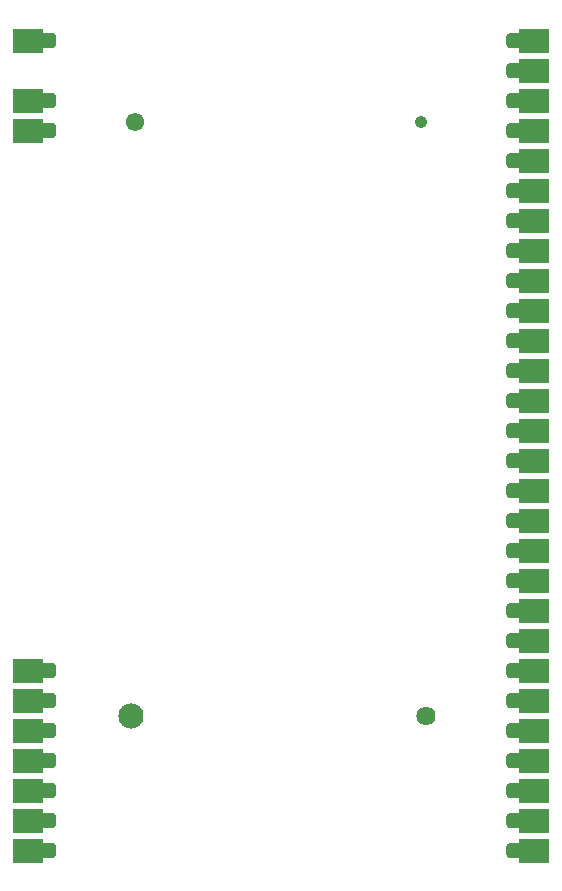
<source format=gbs>
G04 #@! TF.GenerationSoftware,KiCad,Pcbnew,9.0.1+1*
G04 #@! TF.CreationDate,2025-11-12T15:34:42+00:00*
G04 #@! TF.ProjectId,cellular-modem,63656c6c-756c-4617-922d-6d6f64656d2e,rev?*
G04 #@! TF.SameCoordinates,Original*
G04 #@! TF.FileFunction,Soldermask,Bot*
G04 #@! TF.FilePolarity,Negative*
%FSLAX46Y46*%
G04 Gerber Fmt 4.6, Leading zero omitted, Abs format (unit mm)*
G04 Created by KiCad (PCBNEW 9.0.1+1) date 2025-11-12 15:34:42*
%MOMM*%
%LPD*%
G01*
G04 APERTURE LIST*
%ADD10C,1.550000*%
%ADD11C,1.050000*%
%ADD12C,2.133600*%
%ADD13C,1.625600*%
%ADD14R,2.540000X2.000000*%
G04 APERTURE END LIST*
D10*
X76651600Y-43563799D03*
D11*
X100851600Y-43563799D03*
D12*
X76251599Y-93858465D03*
D13*
X101251601Y-93858399D03*
D14*
X67585200Y-36703200D03*
G36*
G01*
X69910200Y-36328200D02*
X69910200Y-37078200D01*
G75*
G02*
X69660200Y-37328200I-250000J0D01*
G01*
X68910200Y-37328200D01*
G75*
G02*
X68660200Y-37078200I0J250000D01*
G01*
X68660200Y-36328200D01*
G75*
G02*
X68910200Y-36078200I250000J0D01*
G01*
X69660200Y-36078200D01*
G75*
G02*
X69910200Y-36328200I0J-250000D01*
G01*
G37*
X67585200Y-41783200D03*
G36*
G01*
X69910200Y-41408200D02*
X69910200Y-42158200D01*
G75*
G02*
X69660200Y-42408200I-250000J0D01*
G01*
X68910200Y-42408200D01*
G75*
G02*
X68660200Y-42158200I0J250000D01*
G01*
X68660200Y-41408200D01*
G75*
G02*
X68910200Y-41158200I250000J0D01*
G01*
X69660200Y-41158200D01*
G75*
G02*
X69910200Y-41408200I0J-250000D01*
G01*
G37*
X67585200Y-44323200D03*
G36*
G01*
X69910200Y-43948200D02*
X69910200Y-44698200D01*
G75*
G02*
X69660200Y-44948200I-250000J0D01*
G01*
X68910200Y-44948200D01*
G75*
G02*
X68660200Y-44698200I0J250000D01*
G01*
X68660200Y-43948200D01*
G75*
G02*
X68910200Y-43698200I250000J0D01*
G01*
X69660200Y-43698200D01*
G75*
G02*
X69910200Y-43948200I0J-250000D01*
G01*
G37*
X67585200Y-90043200D03*
G36*
G01*
X69910200Y-89668200D02*
X69910200Y-90418200D01*
G75*
G02*
X69660200Y-90668200I-250000J0D01*
G01*
X68910200Y-90668200D01*
G75*
G02*
X68660200Y-90418200I0J250000D01*
G01*
X68660200Y-89668200D01*
G75*
G02*
X68910200Y-89418200I250000J0D01*
G01*
X69660200Y-89418200D01*
G75*
G02*
X69910200Y-89668200I0J-250000D01*
G01*
G37*
X67585200Y-92583200D03*
G36*
G01*
X69910200Y-92208200D02*
X69910200Y-92958200D01*
G75*
G02*
X69660200Y-93208200I-250000J0D01*
G01*
X68910200Y-93208200D01*
G75*
G02*
X68660200Y-92958200I0J250000D01*
G01*
X68660200Y-92208200D01*
G75*
G02*
X68910200Y-91958200I250000J0D01*
G01*
X69660200Y-91958200D01*
G75*
G02*
X69910200Y-92208200I0J-250000D01*
G01*
G37*
X67585200Y-95123200D03*
G36*
G01*
X69910200Y-94748200D02*
X69910200Y-95498200D01*
G75*
G02*
X69660200Y-95748200I-250000J0D01*
G01*
X68910200Y-95748200D01*
G75*
G02*
X68660200Y-95498200I0J250000D01*
G01*
X68660200Y-94748200D01*
G75*
G02*
X68910200Y-94498200I250000J0D01*
G01*
X69660200Y-94498200D01*
G75*
G02*
X69910200Y-94748200I0J-250000D01*
G01*
G37*
X67585200Y-97663200D03*
G36*
G01*
X69910200Y-97288200D02*
X69910200Y-98038200D01*
G75*
G02*
X69660200Y-98288200I-250000J0D01*
G01*
X68910200Y-98288200D01*
G75*
G02*
X68660200Y-98038200I0J250000D01*
G01*
X68660200Y-97288200D01*
G75*
G02*
X68910200Y-97038200I250000J0D01*
G01*
X69660200Y-97038200D01*
G75*
G02*
X69910200Y-97288200I0J-250000D01*
G01*
G37*
X67585200Y-100203200D03*
G36*
G01*
X69910200Y-99828200D02*
X69910200Y-100578200D01*
G75*
G02*
X69660200Y-100828200I-250000J0D01*
G01*
X68910200Y-100828200D01*
G75*
G02*
X68660200Y-100578200I0J250000D01*
G01*
X68660200Y-99828200D01*
G75*
G02*
X68910200Y-99578200I250000J0D01*
G01*
X69660200Y-99578200D01*
G75*
G02*
X69910200Y-99828200I0J-250000D01*
G01*
G37*
X67585200Y-102743200D03*
G36*
G01*
X69910200Y-102368200D02*
X69910200Y-103118200D01*
G75*
G02*
X69660200Y-103368200I-250000J0D01*
G01*
X68910200Y-103368200D01*
G75*
G02*
X68660200Y-103118200I0J250000D01*
G01*
X68660200Y-102368200D01*
G75*
G02*
X68910200Y-102118200I250000J0D01*
G01*
X69660200Y-102118200D01*
G75*
G02*
X69910200Y-102368200I0J-250000D01*
G01*
G37*
X67585200Y-105283200D03*
G36*
G01*
X69910200Y-104908200D02*
X69910200Y-105658200D01*
G75*
G02*
X69660200Y-105908200I-250000J0D01*
G01*
X68910200Y-105908200D01*
G75*
G02*
X68660200Y-105658200I0J250000D01*
G01*
X68660200Y-104908200D01*
G75*
G02*
X68910200Y-104658200I250000J0D01*
G01*
X69660200Y-104658200D01*
G75*
G02*
X69910200Y-104908200I0J-250000D01*
G01*
G37*
G36*
G01*
X109310200Y-36328200D02*
X109310200Y-37078200D01*
G75*
G02*
X109060200Y-37328200I-250000J0D01*
G01*
X108310200Y-37328200D01*
G75*
G02*
X108060200Y-37078200I0J250000D01*
G01*
X108060200Y-36328200D01*
G75*
G02*
X108310200Y-36078200I250000J0D01*
G01*
X109060200Y-36078200D01*
G75*
G02*
X109310200Y-36328200I0J-250000D01*
G01*
G37*
X110385200Y-36703200D03*
G36*
G01*
X109310200Y-38868200D02*
X109310200Y-39618200D01*
G75*
G02*
X109060200Y-39868200I-250000J0D01*
G01*
X108310200Y-39868200D01*
G75*
G02*
X108060200Y-39618200I0J250000D01*
G01*
X108060200Y-38868200D01*
G75*
G02*
X108310200Y-38618200I250000J0D01*
G01*
X109060200Y-38618200D01*
G75*
G02*
X109310200Y-38868200I0J-250000D01*
G01*
G37*
X110385200Y-39243200D03*
G36*
G01*
X109310200Y-41408200D02*
X109310200Y-42158200D01*
G75*
G02*
X109060200Y-42408200I-250000J0D01*
G01*
X108310200Y-42408200D01*
G75*
G02*
X108060200Y-42158200I0J250000D01*
G01*
X108060200Y-41408200D01*
G75*
G02*
X108310200Y-41158200I250000J0D01*
G01*
X109060200Y-41158200D01*
G75*
G02*
X109310200Y-41408200I0J-250000D01*
G01*
G37*
X110385200Y-41783200D03*
G36*
G01*
X109310200Y-43948200D02*
X109310200Y-44698200D01*
G75*
G02*
X109060200Y-44948200I-250000J0D01*
G01*
X108310200Y-44948200D01*
G75*
G02*
X108060200Y-44698200I0J250000D01*
G01*
X108060200Y-43948200D01*
G75*
G02*
X108310200Y-43698200I250000J0D01*
G01*
X109060200Y-43698200D01*
G75*
G02*
X109310200Y-43948200I0J-250000D01*
G01*
G37*
X110385200Y-44323200D03*
G36*
G01*
X109310200Y-46488200D02*
X109310200Y-47238200D01*
G75*
G02*
X109060200Y-47488200I-250000J0D01*
G01*
X108310200Y-47488200D01*
G75*
G02*
X108060200Y-47238200I0J250000D01*
G01*
X108060200Y-46488200D01*
G75*
G02*
X108310200Y-46238200I250000J0D01*
G01*
X109060200Y-46238200D01*
G75*
G02*
X109310200Y-46488200I0J-250000D01*
G01*
G37*
X110385200Y-46863200D03*
G36*
G01*
X109310200Y-49028200D02*
X109310200Y-49778200D01*
G75*
G02*
X109060200Y-50028200I-250000J0D01*
G01*
X108310200Y-50028200D01*
G75*
G02*
X108060200Y-49778200I0J250000D01*
G01*
X108060200Y-49028200D01*
G75*
G02*
X108310200Y-48778200I250000J0D01*
G01*
X109060200Y-48778200D01*
G75*
G02*
X109310200Y-49028200I0J-250000D01*
G01*
G37*
X110385200Y-49403200D03*
G36*
G01*
X109310200Y-51568200D02*
X109310200Y-52318200D01*
G75*
G02*
X109060200Y-52568200I-250000J0D01*
G01*
X108310200Y-52568200D01*
G75*
G02*
X108060200Y-52318200I0J250000D01*
G01*
X108060200Y-51568200D01*
G75*
G02*
X108310200Y-51318200I250000J0D01*
G01*
X109060200Y-51318200D01*
G75*
G02*
X109310200Y-51568200I0J-250000D01*
G01*
G37*
X110385200Y-51943200D03*
G36*
G01*
X109310200Y-54108200D02*
X109310200Y-54858200D01*
G75*
G02*
X109060200Y-55108200I-250000J0D01*
G01*
X108310200Y-55108200D01*
G75*
G02*
X108060200Y-54858200I0J250000D01*
G01*
X108060200Y-54108200D01*
G75*
G02*
X108310200Y-53858200I250000J0D01*
G01*
X109060200Y-53858200D01*
G75*
G02*
X109310200Y-54108200I0J-250000D01*
G01*
G37*
X110385200Y-54483200D03*
G36*
G01*
X109310200Y-56648200D02*
X109310200Y-57398200D01*
G75*
G02*
X109060200Y-57648200I-250000J0D01*
G01*
X108310200Y-57648200D01*
G75*
G02*
X108060200Y-57398200I0J250000D01*
G01*
X108060200Y-56648200D01*
G75*
G02*
X108310200Y-56398200I250000J0D01*
G01*
X109060200Y-56398200D01*
G75*
G02*
X109310200Y-56648200I0J-250000D01*
G01*
G37*
X110385200Y-57023200D03*
G36*
G01*
X109310200Y-59188200D02*
X109310200Y-59938200D01*
G75*
G02*
X109060200Y-60188200I-250000J0D01*
G01*
X108310200Y-60188200D01*
G75*
G02*
X108060200Y-59938200I0J250000D01*
G01*
X108060200Y-59188200D01*
G75*
G02*
X108310200Y-58938200I250000J0D01*
G01*
X109060200Y-58938200D01*
G75*
G02*
X109310200Y-59188200I0J-250000D01*
G01*
G37*
X110385200Y-59563200D03*
G36*
G01*
X109310200Y-61728200D02*
X109310200Y-62478200D01*
G75*
G02*
X109060200Y-62728200I-250000J0D01*
G01*
X108310200Y-62728200D01*
G75*
G02*
X108060200Y-62478200I0J250000D01*
G01*
X108060200Y-61728200D01*
G75*
G02*
X108310200Y-61478200I250000J0D01*
G01*
X109060200Y-61478200D01*
G75*
G02*
X109310200Y-61728200I0J-250000D01*
G01*
G37*
X110385200Y-62103200D03*
G36*
G01*
X109310200Y-64268200D02*
X109310200Y-65018200D01*
G75*
G02*
X109060200Y-65268200I-250000J0D01*
G01*
X108310200Y-65268200D01*
G75*
G02*
X108060200Y-65018200I0J250000D01*
G01*
X108060200Y-64268200D01*
G75*
G02*
X108310200Y-64018200I250000J0D01*
G01*
X109060200Y-64018200D01*
G75*
G02*
X109310200Y-64268200I0J-250000D01*
G01*
G37*
X110385200Y-64643200D03*
G36*
G01*
X109310200Y-66808200D02*
X109310200Y-67558200D01*
G75*
G02*
X109060200Y-67808200I-250000J0D01*
G01*
X108310200Y-67808200D01*
G75*
G02*
X108060200Y-67558200I0J250000D01*
G01*
X108060200Y-66808200D01*
G75*
G02*
X108310200Y-66558200I250000J0D01*
G01*
X109060200Y-66558200D01*
G75*
G02*
X109310200Y-66808200I0J-250000D01*
G01*
G37*
X110385200Y-67183200D03*
G36*
G01*
X109310200Y-69348200D02*
X109310200Y-70098200D01*
G75*
G02*
X109060200Y-70348200I-250000J0D01*
G01*
X108310200Y-70348200D01*
G75*
G02*
X108060200Y-70098200I0J250000D01*
G01*
X108060200Y-69348200D01*
G75*
G02*
X108310200Y-69098200I250000J0D01*
G01*
X109060200Y-69098200D01*
G75*
G02*
X109310200Y-69348200I0J-250000D01*
G01*
G37*
X110385200Y-69723200D03*
G36*
G01*
X109310200Y-71888200D02*
X109310200Y-72638200D01*
G75*
G02*
X109060200Y-72888200I-250000J0D01*
G01*
X108310200Y-72888200D01*
G75*
G02*
X108060200Y-72638200I0J250000D01*
G01*
X108060200Y-71888200D01*
G75*
G02*
X108310200Y-71638200I250000J0D01*
G01*
X109060200Y-71638200D01*
G75*
G02*
X109310200Y-71888200I0J-250000D01*
G01*
G37*
X110385200Y-72263200D03*
G36*
G01*
X109310200Y-74428200D02*
X109310200Y-75178200D01*
G75*
G02*
X109060200Y-75428200I-250000J0D01*
G01*
X108310200Y-75428200D01*
G75*
G02*
X108060200Y-75178200I0J250000D01*
G01*
X108060200Y-74428200D01*
G75*
G02*
X108310200Y-74178200I250000J0D01*
G01*
X109060200Y-74178200D01*
G75*
G02*
X109310200Y-74428200I0J-250000D01*
G01*
G37*
X110385200Y-74803200D03*
G36*
G01*
X109310200Y-76968200D02*
X109310200Y-77718200D01*
G75*
G02*
X109060200Y-77968200I-250000J0D01*
G01*
X108310200Y-77968200D01*
G75*
G02*
X108060200Y-77718200I0J250000D01*
G01*
X108060200Y-76968200D01*
G75*
G02*
X108310200Y-76718200I250000J0D01*
G01*
X109060200Y-76718200D01*
G75*
G02*
X109310200Y-76968200I0J-250000D01*
G01*
G37*
X110385200Y-77343200D03*
G36*
G01*
X109310200Y-79508200D02*
X109310200Y-80258200D01*
G75*
G02*
X109060200Y-80508200I-250000J0D01*
G01*
X108310200Y-80508200D01*
G75*
G02*
X108060200Y-80258200I0J250000D01*
G01*
X108060200Y-79508200D01*
G75*
G02*
X108310200Y-79258200I250000J0D01*
G01*
X109060200Y-79258200D01*
G75*
G02*
X109310200Y-79508200I0J-250000D01*
G01*
G37*
X110385200Y-79883200D03*
G36*
G01*
X109310200Y-82048200D02*
X109310200Y-82798200D01*
G75*
G02*
X109060200Y-83048200I-250000J0D01*
G01*
X108310200Y-83048200D01*
G75*
G02*
X108060200Y-82798200I0J250000D01*
G01*
X108060200Y-82048200D01*
G75*
G02*
X108310200Y-81798200I250000J0D01*
G01*
X109060200Y-81798200D01*
G75*
G02*
X109310200Y-82048200I0J-250000D01*
G01*
G37*
X110385200Y-82423200D03*
G36*
G01*
X109310200Y-84588200D02*
X109310200Y-85338200D01*
G75*
G02*
X109060200Y-85588200I-250000J0D01*
G01*
X108310200Y-85588200D01*
G75*
G02*
X108060200Y-85338200I0J250000D01*
G01*
X108060200Y-84588200D01*
G75*
G02*
X108310200Y-84338200I250000J0D01*
G01*
X109060200Y-84338200D01*
G75*
G02*
X109310200Y-84588200I0J-250000D01*
G01*
G37*
X110385200Y-84963200D03*
G36*
G01*
X109310200Y-87128200D02*
X109310200Y-87878200D01*
G75*
G02*
X109060200Y-88128200I-250000J0D01*
G01*
X108310200Y-88128200D01*
G75*
G02*
X108060200Y-87878200I0J250000D01*
G01*
X108060200Y-87128200D01*
G75*
G02*
X108310200Y-86878200I250000J0D01*
G01*
X109060200Y-86878200D01*
G75*
G02*
X109310200Y-87128200I0J-250000D01*
G01*
G37*
X110385200Y-87503200D03*
G36*
G01*
X109310200Y-89668200D02*
X109310200Y-90418200D01*
G75*
G02*
X109060200Y-90668200I-250000J0D01*
G01*
X108310200Y-90668200D01*
G75*
G02*
X108060200Y-90418200I0J250000D01*
G01*
X108060200Y-89668200D01*
G75*
G02*
X108310200Y-89418200I250000J0D01*
G01*
X109060200Y-89418200D01*
G75*
G02*
X109310200Y-89668200I0J-250000D01*
G01*
G37*
X110385200Y-90043200D03*
G36*
G01*
X109310200Y-92208200D02*
X109310200Y-92958200D01*
G75*
G02*
X109060200Y-93208200I-250000J0D01*
G01*
X108310200Y-93208200D01*
G75*
G02*
X108060200Y-92958200I0J250000D01*
G01*
X108060200Y-92208200D01*
G75*
G02*
X108310200Y-91958200I250000J0D01*
G01*
X109060200Y-91958200D01*
G75*
G02*
X109310200Y-92208200I0J-250000D01*
G01*
G37*
X110385200Y-92583200D03*
G36*
G01*
X109310200Y-94748200D02*
X109310200Y-95498200D01*
G75*
G02*
X109060200Y-95748200I-250000J0D01*
G01*
X108310200Y-95748200D01*
G75*
G02*
X108060200Y-95498200I0J250000D01*
G01*
X108060200Y-94748200D01*
G75*
G02*
X108310200Y-94498200I250000J0D01*
G01*
X109060200Y-94498200D01*
G75*
G02*
X109310200Y-94748200I0J-250000D01*
G01*
G37*
X110385200Y-95123200D03*
G36*
G01*
X109310200Y-97288200D02*
X109310200Y-98038200D01*
G75*
G02*
X109060200Y-98288200I-250000J0D01*
G01*
X108310200Y-98288200D01*
G75*
G02*
X108060200Y-98038200I0J250000D01*
G01*
X108060200Y-97288200D01*
G75*
G02*
X108310200Y-97038200I250000J0D01*
G01*
X109060200Y-97038200D01*
G75*
G02*
X109310200Y-97288200I0J-250000D01*
G01*
G37*
X110385200Y-97663200D03*
G36*
G01*
X109310200Y-99828200D02*
X109310200Y-100578200D01*
G75*
G02*
X109060200Y-100828200I-250000J0D01*
G01*
X108310200Y-100828200D01*
G75*
G02*
X108060200Y-100578200I0J250000D01*
G01*
X108060200Y-99828200D01*
G75*
G02*
X108310200Y-99578200I250000J0D01*
G01*
X109060200Y-99578200D01*
G75*
G02*
X109310200Y-99828200I0J-250000D01*
G01*
G37*
X110385200Y-100203200D03*
G36*
G01*
X109310200Y-102368200D02*
X109310200Y-103118200D01*
G75*
G02*
X109060200Y-103368200I-250000J0D01*
G01*
X108310200Y-103368200D01*
G75*
G02*
X108060200Y-103118200I0J250000D01*
G01*
X108060200Y-102368200D01*
G75*
G02*
X108310200Y-102118200I250000J0D01*
G01*
X109060200Y-102118200D01*
G75*
G02*
X109310200Y-102368200I0J-250000D01*
G01*
G37*
X110385200Y-102743200D03*
G36*
G01*
X109310200Y-104908200D02*
X109310200Y-105658200D01*
G75*
G02*
X109060200Y-105908200I-250000J0D01*
G01*
X108310200Y-105908200D01*
G75*
G02*
X108060200Y-105658200I0J250000D01*
G01*
X108060200Y-104908200D01*
G75*
G02*
X108310200Y-104658200I250000J0D01*
G01*
X109060200Y-104658200D01*
G75*
G02*
X109310200Y-104908200I0J-250000D01*
G01*
G37*
X110385200Y-105283200D03*
M02*

</source>
